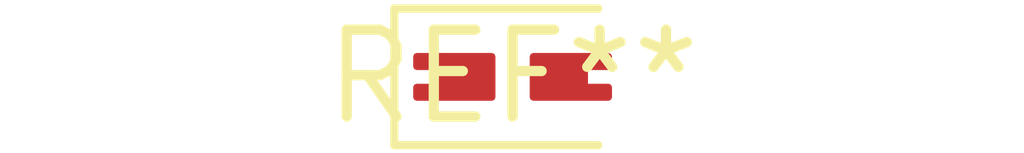
<source format=kicad_pcb>
(kicad_pcb (version 20240108) (generator pcbnew)
  (layers (0 "F.Cu" signal) (31 "B.Cu" signal) (34 "B.Paste" user) (35 "F.Paste" user) (36 "B.SilkS" user "B.Silkscreen") (37 "F.SilkS" user "F.Silkscreen") (38 "B.Mask" user) (39 "F.Mask" user) (44 "Edge.Cuts" user))
  (net 0 "")
  (footprint "Texas_DQX002A" (layer "F.Cu") (at 0 0)
    (property "Reference" "REF**")
    (property "Value" "Texas_DQX002A")
    (fp_line (start -1.725 -1) (end 1.25 -1) (layer "F.SilkS") (stroke (width 0.12)))
    (fp_line (start -1.725 1) (end -1.725 -1) (layer "F.SilkS") (stroke (width 0.12)))
    (fp_line (start 1.25 1) (end -1.725 1) (layer "F.SilkS") (stroke (width 0.12)))
    (pad "1" smd custom (at -0.85 0 90) (size 0.001 0.001) (layers "F.Cu" "F.Mask") (options (clearance outline) (anchor rect)) (primitives (gr_poly (pts (xy -0.3 0.55) (xy 0.3 0.55) (xy 0.3 -0.55) (xy 0.15 -0.55) (xy 0.15 -0.2) (xy -0.15 -0.2) (xy -0.15 -0.55) (xy -0.3 -0.55)) (width 0.1) (fill yes))))
    (pad "2" smd custom (at 0.85 0 270) (size 0.001 0.001) (layers "F.Cu" "F.Mask") (options (clearance outline) (anchor rect)) (primitives (gr_poly (pts (xy -0.3 0.55) (xy 0.3 0.55) (xy 0.3 -0.55) (xy 0.15 -0.55) (xy 0.15 -0.2) (xy -0.15 -0.2) (xy -0.15 -0.55) (xy -0.3 -0.55)) (width 0.1) (fill yes))))
  )
)
</source>
